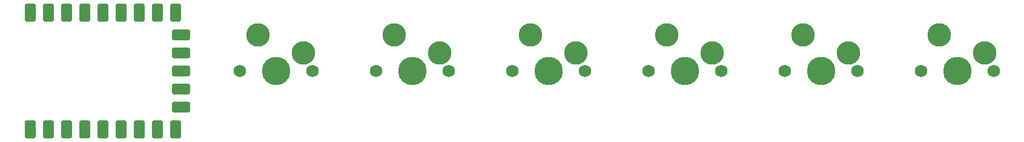
<source format=gbr>
%TF.GenerationSoftware,KiCad,Pcbnew,(6.0.6)*%
%TF.CreationDate,2022-10-04T12:54:13+11:00*%
%TF.ProjectId,freshboard,66726573-6862-46f6-9172-642e6b696361,rev?*%
%TF.SameCoordinates,Original*%
%TF.FileFunction,Soldermask,Bot*%
%TF.FilePolarity,Negative*%
%FSLAX46Y46*%
G04 Gerber Fmt 4.6, Leading zero omitted, Abs format (unit mm)*
G04 Created by KiCad (PCBNEW (6.0.6)) date 2022-10-04 12:54:13*
%MOMM*%
%LPD*%
G01*
G04 APERTURE LIST*
G04 Aperture macros list*
%AMRoundRect*
0 Rectangle with rounded corners*
0 $1 Rounding radius*
0 $2 $3 $4 $5 $6 $7 $8 $9 X,Y pos of 4 corners*
0 Add a 4 corners polygon primitive as box body*
4,1,4,$2,$3,$4,$5,$6,$7,$8,$9,$2,$3,0*
0 Add four circle primitives for the rounded corners*
1,1,$1+$1,$2,$3*
1,1,$1+$1,$4,$5*
1,1,$1+$1,$6,$7*
1,1,$1+$1,$8,$9*
0 Add four rect primitives between the rounded corners*
20,1,$1+$1,$2,$3,$4,$5,0*
20,1,$1+$1,$4,$5,$6,$7,0*
20,1,$1+$1,$6,$7,$8,$9,0*
20,1,$1+$1,$8,$9,$2,$3,0*%
G04 Aperture macros list end*
%ADD10C,3.987800*%
%ADD11C,1.750000*%
%ADD12C,3.300000*%
%ADD13RoundRect,0.400000X0.400000X-0.900000X0.400000X0.900000X-0.400000X0.900000X-0.400000X-0.900000X0*%
%ADD14RoundRect,0.400050X0.400050X-0.899950X0.400050X0.899950X-0.400050X0.899950X-0.400050X-0.899950X0*%
%ADD15RoundRect,0.400000X0.900000X-0.400000X0.900000X0.400000X-0.900000X0.400000X-0.900000X-0.400000X0*%
%ADD16RoundRect,0.393700X0.906300X-0.393700X0.906300X0.393700X-0.906300X0.393700X-0.906300X-0.393700X0*%
G04 APERTURE END LIST*
D10*
%TO.C,SW6*%
X198120000Y-93980000D03*
D11*
X203200000Y-93980000D03*
X193040000Y-93980000D03*
D12*
X201930000Y-91440000D03*
X195580000Y-88900000D03*
%TD*%
D11*
%TO.C,SW5*%
X184150000Y-93980000D03*
D10*
X179070000Y-93980000D03*
D11*
X173990000Y-93980000D03*
D12*
X182880000Y-91440000D03*
X176530000Y-88900000D03*
%TD*%
D11*
%TO.C,SW1*%
X107950000Y-93980000D03*
X97790000Y-93980000D03*
D10*
X102870000Y-93980000D03*
D12*
X106680000Y-91440000D03*
X100330000Y-88900000D03*
%TD*%
D13*
%TO.C,RZ1*%
X68505000Y-85760000D03*
X71045000Y-85760000D03*
X73585000Y-85760000D03*
X76125000Y-85760000D03*
X78665000Y-85760000D03*
D14*
X81205000Y-85760000D03*
X83745000Y-85760000D03*
X86285000Y-85760000D03*
X88825000Y-85760000D03*
D15*
X89635000Y-88900000D03*
D16*
X89635000Y-91440000D03*
X89635000Y-93980000D03*
X89635000Y-96520000D03*
X89635000Y-99060000D03*
D14*
X88825000Y-102200000D03*
X86285000Y-102200000D03*
X83745000Y-102200000D03*
X81205000Y-102200000D03*
X68505000Y-102200000D03*
X71045000Y-102200000D03*
X73585000Y-102200000D03*
X78665000Y-102200000D03*
X76125000Y-102200000D03*
%TD*%
D11*
%TO.C,SW4*%
X154940000Y-93980000D03*
D10*
X160020000Y-93980000D03*
D11*
X165100000Y-93980000D03*
D12*
X163830000Y-91440000D03*
X157480000Y-88900000D03*
%TD*%
D11*
%TO.C,SW2*%
X116840000Y-93980000D03*
X127000000Y-93980000D03*
D10*
X121920000Y-93980000D03*
D12*
X125730000Y-91440000D03*
X119380000Y-88900000D03*
%TD*%
D11*
%TO.C,SW3*%
X135890000Y-93980000D03*
D10*
X140970000Y-93980000D03*
D11*
X146050000Y-93980000D03*
D12*
X144780000Y-91440000D03*
X138430000Y-88900000D03*
%TD*%
M02*

</source>
